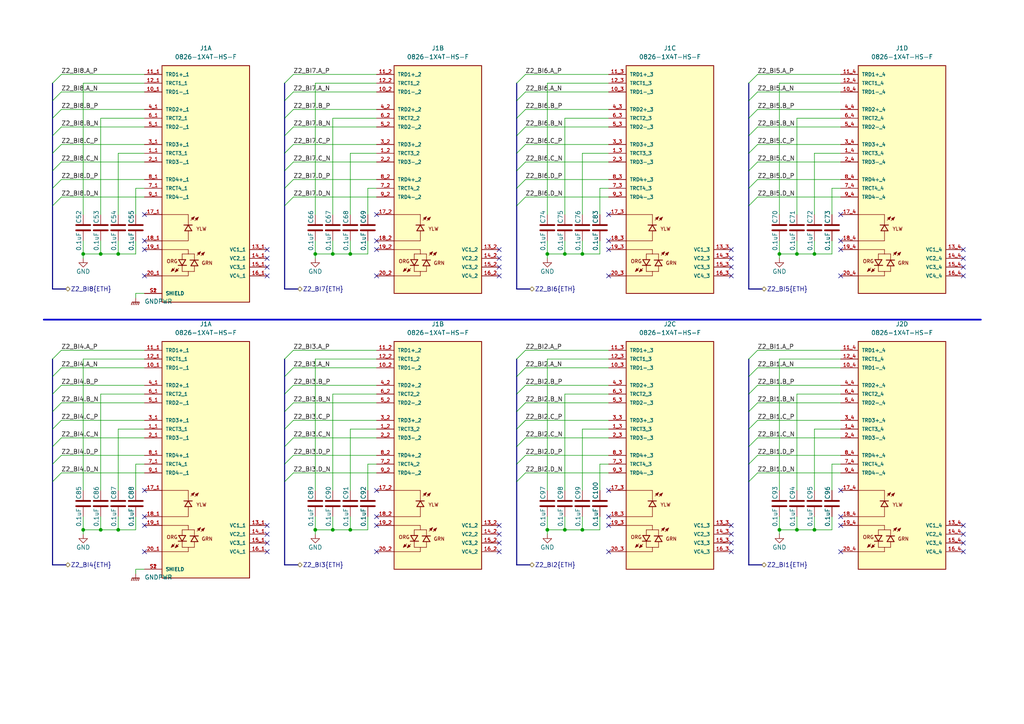
<source format=kicad_sch>
(kicad_sch (version 20230121) (generator eeschema)
  (paper "A4")
  (title_block (title "ATCA Simple Loopback HUB") (date "2023-09-26") (rev "1.0") (company "Karlsruhe Institute of Technology (KIT)") (comment 1 "Institute for Data Processing and Electronics (IPE)") (comment 2 "Luis Ardila") (comment 3 "IPE-380-06") (comment 4 "Licensed under CERN-OHL-P-2.0"))
  (lib_symbols
    (symbol "Device:C" (pin_numbers hide) (pin_names (offset 0.254))
      (property "Reference" "C" (at 0.635 2.54 0))
      (property "Value" "C" (at 0.635 -2.54 0))
      (symbol "C_1_1"
        (pin passive line (at 0 3.81 270) (length 2.794) (name "~") (number "1"))
        (pin passive line (at 0 -3.81 90) (length 2.794) (name "~") (number "2"))
      )
    )
    (symbol "power:GND" (power) (pin_names (offset 0))
      (property "Value" "GND" (at 0 -3.81 0))
      (symbol "GND_1_1"
        (pin power_in line (at 0 0 270) (length 0) hide (name "GND") (number "1"))
      )
    )
    (symbol "power:GNDPWR" (power) (pin_names (offset 0))
      (property "Value" "GNDPWR" (at 0 -3.302 0))
      (symbol "GNDPWR_1_1"
        (pin power_in line (at 0 0 270) (length 0) hide (name "GNDPWR") (number "1"))
      )
    )
    (symbol "project:0826-1X4T-HS-F" (pin_names (offset 1.016))
      (property "Reference" "J" (at -12.7 34.29 0))
      (property "Value" "0826-1X4T-HS-F" (at -12.7 -36.83 0))
      (symbol "0826-1X4T-HS-F_1_0"
        (text "GRN" (at -1.27 -23.622 0) (effects (font (size 1.016 1.016)) (justify left top)))
        (text "ORG" (at -11.43 -23.114 0) (effects (font (size 1.016 1.016)) (justify left top)))
        (text "YLW" (at -2.794 -13.716 0) (effects (font (size 1.016 1.016)) (justify left top)))
        (pin passive line (at -17.78 25.4 0) (length 5.08) (name "TRD1-_1") (number "10_1"))
        (pin passive line (at -17.78 30.48 0) (length 5.08) (name "TRD1+_1") (number "11_1"))
        (pin passive line (at -17.78 27.94 0) (length 5.08) (name "TRCT1_1") (number "12_1"))
        (pin passive line (at 17.78 -20.32 180) (length 5.08) (name "VC1_1") (number "13_1"))
        (pin passive line (at 17.78 -22.86 180) (length 5.08) (name "VC2_1") (number "14_1"))
        (pin passive line (at 17.78 -25.4 180) (length 5.08) (name "VC3_1") (number "15_1"))
        (pin passive line (at 17.78 -27.94 180) (length 5.08) (name "VC4_1") (number "16_1"))
        (pin passive line (at -17.78 -10.16 0) (length 5.08) (name "~") (number "17_1"))
        (pin passive line (at -17.78 -17.78 0) (length 5.08) (name "~") (number "18_1"))
        (pin passive line (at -17.78 -20.32 0) (length 5.08) (name "~") (number "19_1"))
        (pin passive line (at -17.78 7.62 0) (length 5.08) (name "TRCT3_1") (number "1_1"))
        (pin passive line (at -17.78 -27.94 0) (length 5.08) (name "~") (number "20_1"))
        (pin passive line (at -17.78 5.08 0) (length 5.08) (name "TRD3-_1") (number "2_1"))
        (pin passive line (at -17.78 10.16 0) (length 5.08) (name "TRD3+_1") (number "3_1"))
        (pin passive line (at -17.78 20.32 0) (length 5.08) (name "TRD2+_1") (number "4_1"))
        (pin passive line (at -17.78 15.24 0) (length 5.08) (name "TRD2-_1") (number "5_1"))
        (pin passive line (at -17.78 17.78 0) (length 5.08) (name "TRCT2_1") (number "6_1"))
        (pin passive line (at -17.78 -2.54 0) (length 5.08) (name "TRCT4_1") (number "7_1"))
        (pin passive line (at -17.78 0 0) (length 5.08) (name "TRD4+_1") (number "8_1"))
        (pin passive line (at -17.78 -5.08 0) (length 5.08) (name "TRD4-_1") (number "9_1"))
        (pin passive line (at -17.78 -33.02 0) (length 5.08) (name "SHIELD") (number "S1"))
        (pin passive line (at -17.78 -33.02 0) (length 5.08) (name "SHIELD") (number "S2"))
      )
      (symbol "0826-1X4T-HS-F_2_0"
        (text "GRN" (at -1.27 -23.622 0) (effects (font (size 1.016 1.016)) (justify left top)))
        (text "ORG" (at -11.43 -23.114 0) (effects (font (size 1.016 1.016)) (justify left top)))
        (text "YLW" (at -2.794 -13.716 0) (effects (font (size 1.016 1.016)) (justify left top)))
        (pin passive line (at -17.78 25.4 0) (length 5.08) (name "TRD1-_2") (number "10_2"))
        (pin passive line (at -17.78 30.48 0) (length 5.08) (name "TRD1+_2") (number "11_2"))
        (pin passive line (at -17.78 27.94 0) (length 5.08) (name "TRCT1_2") (number "12_2"))
        (pin passive line (at 17.78 -20.32 180) (length 5.08) (name "VC1_2") (number "13_2"))
        (pin passive line (at 17.78 -22.86 180) (length 5.08) (name "VC2_2") (number "14_2"))
        (pin passive line (at 17.78 -25.4 180) (length 5.08) (name "VC3_2") (number "15_2"))
        (pin passive line (at 17.78 -27.94 180) (length 5.08) (name "VC4_2") (number "16_2"))
        (pin passive line (at -17.78 -10.16 0) (length 5.08) (name "~") (number "17_2"))
        (pin passive line (at -17.78 -17.78 0) (length 5.08) (name "~") (number "18_2"))
        (pin passive line (at -17.78 -20.32 0) (length 5.08) (name "~") (number "19_2"))
        (pin passive line (at -17.78 7.62 0) (length 5.08) (name "TRCT3_2") (number "1_2"))
        (pin passive line (at -17.78 -27.94 0) (length 5.08) (name "~") (number "20_2"))
        (pin passive line (at -17.78 5.08 0) (length 5.08) (name "TRD3-_2") (number "2_2"))
        (pin passive line (at -17.78 10.16 0) (length 5.08) (name "TRD3+_2") (number "3_2"))
        (pin passive line (at -17.78 20.32 0) (length 5.08) (name "TRD2+_2") (number "4_2"))
        (pin passive line (at -17.78 15.24 0) (length 5.08) (name "TRD2-_2") (number "5_2"))
        (pin passive line (at -17.78 17.78 0) (length 5.08) (name "TRCT2_2") (number "6_2"))
        (pin passive line (at -17.78 -2.54 0) (length 5.08) (name "TRCT4_2") (number "7_2"))
        (pin passive line (at -17.78 0 0) (length 5.08) (name "TRD4+_2") (number "8_2"))
        (pin passive line (at -17.78 -5.08 0) (length 5.08) (name "TRD4-_2") (number "9_2"))
      )
      (symbol "0826-1X4T-HS-F_3_0"
        (text "GRN" (at -1.27 -23.622 0) (effects (font (size 1.016 1.016)) (justify left top)))
        (text "ORG" (at -11.43 -23.114 0) (effects (font (size 1.016 1.016)) (justify left top)))
        (text "YLW" (at -2.794 -13.716 0) (effects (font (size 1.016 1.016)) (justify left top)))
        (pin passive line (at -17.78 25.4 0) (length 5.08) (name "TRD1-_3") (number "10_3"))
        (pin passive line (at -17.78 30.48 0) (length 5.08) (name "TRD1+_3") (number "11_3"))
        (pin passive line (at -17.78 27.94 0) (length 5.08) (name "TRCT1_3") (number "12_3"))
        (pin passive line (at 17.78 -20.32 180) (length 5.08) (name "VC1_3") (number "13_3"))
        (pin passive line (at 17.78 -22.86 180) (length 5.08) (name "VC2_3") (number "14_3"))
        (pin passive line (at 17.78 -25.4 180) (length 5.08) (name "VC3_3") (number "15_3"))
        (pin passive line (at 17.78 -27.94 180) (length 5.08) (name "VC4_3") (number "16_3"))
        (pin passive line (at -17.78 -10.16 0) (length 5.08) (name "~") (number "17_3"))
        (pin passive line (at -17.78 -17.78 0) (length 5.08) (name "~") (number "18_3"))
        (pin passive line (at -17.78 -20.32 0) (length 5.08) (name "~") (number "19_3"))
        (pin passive line (at -17.78 7.62 0) (length 5.08) (name "TRCT3_3") (number "1_3"))
        (pin passive line (at -17.78 -27.94 0) (length 5.08) (name "~") (number "20_3"))
        (pin passive line (at -17.78 5.08 0) (length 5.08) (name "TRD3-_3") (number "2_3"))
        (pin passive line (at -17.78 10.16 0) (length 5.08) (name "TRD3+_3") (number "3_3"))
        (pin passive line (at -17.78 20.32 0) (length 5.08) (name "TRD2+_3") (number "4_3"))
        (pin passive line (at -17.78 15.24 0) (length 5.08) (name "TRD2-_3") (number "5_3"))
        (pin passive line (at -17.78 17.78 0) (length 5.08) (name "TRCT2_3") (number "6_3"))
        (pin passive line (at -17.78 -2.54 0) (length 5.08) (name "TRCT4_3") (number "7_3"))
        (pin passive line (at -17.78 0 0) (length 5.08) (name "TRD4+_3") (number "8_3"))
        (pin passive line (at -17.78 -5.08 0) (length 5.08) (name "TRD4-_3") (number "9_3"))
      )
      (symbol "0826-1X4T-HS-F_4_0"
        (text "GRN" (at -1.27 -23.622 0) (effects (font (size 1.016 1.016)) (justify left top)))
        (text "ORG" (at -11.43 -23.114 0) (effects (font (size 1.016 1.016)) (justify left top)))
        (text "YLW" (at -2.794 -13.716 0) (effects (font (size 1.016 1.016)) (justify left top)))
        (pin passive line (at -17.78 25.4 0) (length 5.08) (name "TRD1-_4") (number "10_4"))
        (pin passive line (at -17.78 30.48 0) (length 5.08) (name "TRD1+_4") (number "11_4"))
        (pin passive line (at -17.78 27.94 0) (length 5.08) (name "TRCT1_4") (number "12_4"))
        (pin passive line (at 17.78 -20.32 180) (length 5.08) (name "VC1_4") (number "13_4"))
        (pin passive line (at 17.78 -22.86 180) (length 5.08) (name "VC2_4") (number "14_4"))
        (pin passive line (at 17.78 -25.4 180) (length 5.08) (name "VC3_4") (number "15_4"))
        (pin passive line (at 17.78 -27.94 180) (length 5.08) (name "VC4_4") (number "16_4"))
        (pin passive line (at -17.78 -10.16 0) (length 5.08) (name "~") (number "17_4"))
        (pin passive line (at -17.78 -17.78 0) (length 5.08) (name "~") (number "18_4"))
        (pin passive line (at -17.78 -20.32 0) (length 5.08) (name "~") (number "19_4"))
        (pin passive line (at -17.78 7.62 0) (length 5.08) (name "TRCT3_4") (number "1_4"))
        (pin passive line (at -17.78 -27.94 0) (length 5.08) (name "~") (number "20_4"))
        (pin passive line (at -17.78 5.08 0) (length 5.08) (name "TRD3-_4") (number "2_4"))
        (pin passive line (at -17.78 10.16 0) (length 5.08) (name "TRD3+_4") (number "3_4"))
        (pin passive line (at -17.78 20.32 0) (length 5.08) (name "TRD2+_4") (number "4_4"))
        (pin passive line (at -17.78 15.24 0) (length 5.08) (name "TRD2-_4") (number "5_4"))
        (pin passive line (at -17.78 17.78 0) (length 5.08) (name "TRCT2_4") (number "6_4"))
        (pin passive line (at -17.78 -2.54 0) (length 5.08) (name "TRCT4_4") (number "7_4"))
        (pin passive line (at -17.78 0 0) (length 5.08) (name "TRD4+_4") (number "8_4"))
        (pin passive line (at -17.78 -5.08 0) (length 5.08) (name "TRD4-_4") (number "9_4"))
      )
    )
  )
  (junction (at 231.14 73.66))
  (junction (at 168.91 73.66))
  (junction (at 163.83 153.67))
  (junction (at 96.52 73.66))
  (junction (at 29.21 73.66))
  (junction (at 29.21 153.67))
  (junction (at 34.29 73.66))
  (junction (at 158.75 153.67))
  (junction (at 236.22 153.67))
  (junction (at 96.52 153.67))
  (junction (at 226.06 73.66))
  (junction (at 101.6 153.67))
  (junction (at 24.13 73.66))
  (junction (at 168.91 153.67))
  (junction (at 24.13 153.67))
  (junction (at 236.22 73.66))
  (junction (at 158.75 73.66))
  (junction (at 226.06 153.67))
  (junction (at 91.44 73.66))
  (junction (at 101.6 73.66))
  (junction (at 91.44 153.67))
  (junction (at 231.14 153.67))
  (junction (at 163.83 73.66))
  (junction (at 34.29 153.67))
  (no_connect (at 212.09 72.39))
  (no_connect (at 243.84 80.01))
  (no_connect (at 77.47 77.47))
  (no_connect (at 41.91 160.02))
  (no_connect (at 144.78 74.93))
  (no_connect (at 109.22 72.39))
  (no_connect (at 109.22 152.4))
  (no_connect (at 144.78 77.47))
  (no_connect (at 212.09 152.4))
  (no_connect (at 77.47 74.93))
  (no_connect (at 41.91 142.24))
  (no_connect (at 144.78 80.01))
  (no_connect (at 243.84 152.4))
  (no_connect (at 77.47 154.94))
  (no_connect (at 109.22 149.86))
  (no_connect (at 144.78 160.02))
  (no_connect (at 41.91 80.01))
  (no_connect (at 176.53 160.02))
  (no_connect (at 176.53 142.24))
  (no_connect (at 243.84 149.86))
  (no_connect (at 279.4 77.47))
  (no_connect (at 109.22 62.23))
  (no_connect (at 41.91 149.86))
  (no_connect (at 279.4 152.4))
  (no_connect (at 77.47 157.48))
  (no_connect (at 109.22 142.24))
  (no_connect (at 243.84 160.02))
  (no_connect (at 176.53 69.85))
  (no_connect (at 279.4 157.48))
  (no_connect (at 212.09 77.47))
  (no_connect (at 212.09 74.93))
  (no_connect (at 109.22 80.01))
  (no_connect (at 144.78 154.94))
  (no_connect (at 212.09 157.48))
  (no_connect (at 243.84 142.24))
  (no_connect (at 279.4 74.93))
  (no_connect (at 176.53 149.86))
  (no_connect (at 243.84 72.39))
  (no_connect (at 144.78 152.4))
  (no_connect (at 144.78 157.48))
  (no_connect (at 212.09 80.01))
  (no_connect (at 109.22 160.02))
  (no_connect (at 176.53 62.23))
  (no_connect (at 109.22 69.85))
  (no_connect (at 77.47 152.4))
  (no_connect (at 243.84 69.85))
  (no_connect (at 41.91 69.85))
  (no_connect (at 77.47 160.02))
  (no_connect (at 212.09 154.94))
  (no_connect (at 279.4 72.39))
  (no_connect (at 176.53 72.39))
  (no_connect (at 279.4 160.02))
  (no_connect (at 212.09 160.02))
  (no_connect (at 176.53 80.01))
  (no_connect (at 279.4 154.94))
  (no_connect (at 279.4 80.01))
  (no_connect (at 41.91 62.23))
  (no_connect (at 176.53 152.4))
  (no_connect (at 243.84 62.23))
  (no_connect (at 77.47 80.01))
  (no_connect (at 41.91 72.39))
  (no_connect (at 144.78 72.39))
  (no_connect (at 41.91 152.4))
  (no_connect (at 77.47 72.39))
  (bus_entry (at 152.4 52.07) (size -2.54 2.54))
  (bus_entry (at 85.09 52.07) (size -2.54 2.54))
  (bus_entry (at 17.78 46.99) (size -2.54 2.54))
  (bus_entry (at 152.4 31.75) (size -2.54 2.54))
  (bus_entry (at 17.78 41.91) (size -2.54 2.54))
  (bus_entry (at 85.09 36.83) (size -2.54 2.54))
  (bus_entry (at 85.09 127) (size -2.54 2.54))
  (bus_entry (at 17.78 127) (size -2.54 2.54))
  (bus_entry (at 152.4 36.83) (size -2.54 2.54))
  (bus_entry (at 219.71 21.59) (size -2.54 2.54))
  (bus_entry (at 17.78 57.15) (size -2.54 2.54))
  (bus_entry (at 152.4 121.92) (size -2.54 2.54))
  (bus_entry (at 85.09 121.92) (size -2.54 2.54))
  (bus_entry (at 17.78 137.16) (size -2.54 2.54))
  (bus_entry (at 85.09 137.16) (size -2.54 2.54))
  (bus_entry (at 219.71 111.76) (size -2.54 2.54))
  (bus_entry (at 152.4 137.16) (size -2.54 2.54))
  (bus_entry (at 152.4 116.84) (size -2.54 2.54))
  (bus_entry (at 17.78 106.68) (size -2.54 2.54))
  (bus_entry (at 17.78 21.59) (size -2.54 2.54))
  (bus_entry (at 85.09 31.75) (size -2.54 2.54))
  (bus_entry (at 17.78 121.92) (size -2.54 2.54))
  (bus_entry (at 17.78 36.83) (size -2.54 2.54))
  (bus_entry (at 152.4 106.68) (size -2.54 2.54))
  (bus_entry (at 219.71 52.07) (size -2.54 2.54))
  (bus_entry (at 219.71 26.67) (size -2.54 2.54))
  (bus_entry (at 85.09 106.68) (size -2.54 2.54))
  (bus_entry (at 219.71 116.84) (size -2.54 2.54))
  (bus_entry (at 85.09 21.59) (size -2.54 2.54))
  (bus_entry (at 219.71 106.68) (size -2.54 2.54))
  (bus_entry (at 152.4 57.15) (size -2.54 2.54))
  (bus_entry (at 219.71 41.91) (size -2.54 2.54))
  (bus_entry (at 152.4 132.08) (size -2.54 2.54))
  (bus_entry (at 219.71 132.08) (size -2.54 2.54))
  (bus_entry (at 152.4 111.76) (size -2.54 2.54))
  (bus_entry (at 17.78 101.6) (size -2.54 2.54))
  (bus_entry (at 219.71 31.75) (size -2.54 2.54))
  (bus_entry (at 219.71 36.83) (size -2.54 2.54))
  (bus_entry (at 85.09 41.91) (size -2.54 2.54))
  (bus_entry (at 17.78 52.07) (size -2.54 2.54))
  (bus_entry (at 219.71 46.99) (size -2.54 2.54))
  (bus_entry (at 152.4 127) (size -2.54 2.54))
  (bus_entry (at 219.71 137.16) (size -2.54 2.54))
  (bus_entry (at 152.4 101.6) (size -2.54 2.54))
  (bus_entry (at 17.78 116.84) (size -2.54 2.54))
  (bus_entry (at 85.09 26.67) (size -2.54 2.54))
  (bus_entry (at 85.09 57.15) (size -2.54 2.54))
  (bus_entry (at 17.78 31.75) (size -2.54 2.54))
  (bus_entry (at 17.78 111.76) (size -2.54 2.54))
  (bus_entry (at 152.4 46.99) (size -2.54 2.54))
  (bus_entry (at 85.09 116.84) (size -2.54 2.54))
  (bus_entry (at 17.78 132.08) (size -2.54 2.54))
  (bus_entry (at 219.71 127) (size -2.54 2.54))
  (bus_entry (at 85.09 46.99) (size -2.54 2.54))
  (bus_entry (at 219.71 121.92) (size -2.54 2.54))
  (bus_entry (at 152.4 26.67) (size -2.54 2.54))
  (bus_entry (at 219.71 101.6) (size -2.54 2.54))
  (bus_entry (at 219.71 57.15) (size -2.54 2.54))
  (bus_entry (at 152.4 21.59) (size -2.54 2.54))
  (bus_entry (at 152.4 41.91) (size -2.54 2.54))
  (bus_entry (at 17.78 26.67) (size -2.54 2.54))
  (bus_entry (at 85.09 132.08) (size -2.54 2.54))
  (bus_entry (at 85.09 101.6) (size -2.54 2.54))
  (bus_entry (at 85.09 111.76) (size -2.54 2.54))
  (wire (pts (xy 219.71 106.68) (xy 243.84 106.68)))
  (wire (pts (xy 173.99 54.61) (xy 173.99 62.23)))
  (wire (pts (xy 39.37 134.62) (xy 39.37 142.24)))
  (wire (pts (xy 173.99 134.62) (xy 173.99 142.24)))
  (bus (pts (xy 82.55 134.62) (xy 82.55 139.7)))
  (bus (pts (xy 217.17 54.61) (xy 217.17 59.69)))
  (wire (pts (xy 17.78 26.67) (xy 41.91 26.67)))
  (wire (pts (xy 34.29 73.66) (xy 39.37 73.66)))
  (wire (pts (xy 152.4 116.84) (xy 176.53 116.84)))
  (wire (pts (xy 158.75 153.67) (xy 158.75 149.86)))
  (bus (pts (xy 217.17 163.83) (xy 220.98 163.83)))
  (bus (pts (xy 149.86 39.37) (xy 149.86 44.45)))
  (bus (pts (xy 82.55 54.61) (xy 82.55 59.69)))
  (wire (pts (xy 231.14 142.24) (xy 231.14 114.3)))
  (wire (pts (xy 39.37 85.09) (xy 39.37 86.36)))
  (wire (pts (xy 17.78 127) (xy 41.91 127)))
  (bus (pts (xy 15.24 163.83) (xy 19.05 163.83)))
  (wire (pts (xy 231.14 149.86) (xy 231.14 153.67)))
  (bus (pts (xy 15.24 49.53) (xy 15.24 54.61)))
  (bus (pts (xy 149.86 119.38) (xy 149.86 124.46)))
  (bus (pts (xy 217.17 59.69) (xy 217.17 83.82)))
  (bus (pts (xy 149.86 83.82) (xy 153.67 83.82)))
  (bus (pts (xy 15.24 129.54) (xy 15.24 134.62)))
  (bus (pts (xy 149.86 44.45) (xy 149.86 49.53)))
  (bus (pts (xy 15.24 83.82) (xy 19.05 83.82)))
  (wire (pts (xy 236.22 149.86) (xy 236.22 153.67)))
  (wire (pts (xy 219.71 52.07) (xy 243.84 52.07)))
  (wire (pts (xy 226.06 142.24) (xy 226.06 104.14)))
  (bus (pts (xy 15.24 104.14) (xy 15.24 109.22)))
  (wire (pts (xy 29.21 73.66) (xy 34.29 73.66)))
  (wire (pts (xy 91.44 24.13) (xy 109.22 24.13)))
  (bus (pts (xy 149.86 124.46) (xy 149.86 129.54)))
  (wire (pts (xy 91.44 104.14) (xy 109.22 104.14)))
  (wire (pts (xy 101.6 142.24) (xy 101.6 124.46)))
  (wire (pts (xy 226.06 73.66) (xy 226.06 69.85)))
  (bus (pts (xy 82.55 104.14) (xy 82.55 109.22)))
  (wire (pts (xy 85.09 36.83) (xy 109.22 36.83)))
  (wire (pts (xy 231.14 69.85) (xy 231.14 73.66)))
  (wire (pts (xy 163.83 149.86) (xy 163.83 153.67)))
  (wire (pts (xy 91.44 74.93) (xy 91.44 73.66)))
  (wire (pts (xy 85.09 116.84) (xy 109.22 116.84)))
  (wire (pts (xy 168.91 62.23) (xy 168.91 44.45)))
  (wire (pts (xy 85.09 106.68) (xy 109.22 106.68)))
  (wire (pts (xy 96.52 114.3) (xy 109.22 114.3)))
  (wire (pts (xy 85.09 21.59) (xy 109.22 21.59)))
  (wire (pts (xy 41.91 85.09) (xy 39.37 85.09)))
  (wire (pts (xy 241.3 153.67) (xy 241.3 149.86)))
  (wire (pts (xy 85.09 101.6) (xy 109.22 101.6)))
  (wire (pts (xy 236.22 124.46) (xy 243.84 124.46)))
  (wire (pts (xy 231.14 62.23) (xy 231.14 34.29)))
  (wire (pts (xy 152.4 21.59) (xy 176.53 21.59)))
  (wire (pts (xy 24.13 142.24) (xy 24.13 104.14)))
  (wire (pts (xy 158.75 142.24) (xy 158.75 104.14)))
  (wire (pts (xy 91.44 62.23) (xy 91.44 24.13)))
  (wire (pts (xy 168.91 149.86) (xy 168.91 153.67)))
  (bus (pts (xy 82.55 124.46) (xy 82.55 129.54)))
  (wire (pts (xy 219.71 21.59) (xy 243.84 21.59)))
  (wire (pts (xy 173.99 153.67) (xy 173.99 149.86)))
  (wire (pts (xy 106.68 73.66) (xy 106.68 69.85)))
  (wire (pts (xy 152.4 52.07) (xy 176.53 52.07)))
  (wire (pts (xy 152.4 57.15) (xy 176.53 57.15)))
  (wire (pts (xy 152.4 46.99) (xy 176.53 46.99)))
  (wire (pts (xy 101.6 44.45) (xy 109.22 44.45)))
  (wire (pts (xy 226.06 24.13) (xy 243.84 24.13)))
  (wire (pts (xy 219.71 101.6) (xy 243.84 101.6)))
  (wire (pts (xy 106.68 153.67) (xy 106.68 149.86)))
  (wire (pts (xy 219.71 46.99) (xy 243.84 46.99)))
  (wire (pts (xy 17.78 116.84) (xy 41.91 116.84)))
  (wire (pts (xy 226.06 104.14) (xy 243.84 104.14)))
  (wire (pts (xy 173.99 73.66) (xy 173.99 69.85)))
  (wire (pts (xy 219.71 31.75) (xy 243.84 31.75)))
  (wire (pts (xy 17.78 101.6) (xy 41.91 101.6)))
  (wire (pts (xy 158.75 154.94) (xy 158.75 153.67)))
  (wire (pts (xy 96.52 153.67) (xy 101.6 153.67)))
  (wire (pts (xy 241.3 54.61) (xy 241.3 62.23)))
  (wire (pts (xy 41.91 165.1) (xy 39.37 165.1)))
  (wire (pts (xy 85.09 41.91) (xy 109.22 41.91)))
  (bus (pts (xy 15.24 44.45) (xy 15.24 49.53)))
  (bus (pts (xy 217.17 83.82) (xy 220.98 83.82)))
  (wire (pts (xy 152.4 41.91) (xy 176.53 41.91)))
  (wire (pts (xy 91.44 73.66) (xy 91.44 69.85)))
  (wire (pts (xy 29.21 62.23) (xy 29.21 34.29)))
  (wire (pts (xy 241.3 73.66) (xy 241.3 69.85)))
  (bus (pts (xy 217.17 104.14) (xy 217.17 109.22)))
  (wire (pts (xy 168.91 44.45) (xy 176.53 44.45)))
  (wire (pts (xy 152.4 137.16) (xy 176.53 137.16)))
  (wire (pts (xy 17.78 111.76) (xy 41.91 111.76)))
  (wire (pts (xy 219.71 41.91) (xy 243.84 41.91)))
  (wire (pts (xy 168.91 69.85) (xy 168.91 73.66)))
  (wire (pts (xy 106.68 134.62) (xy 106.68 142.24)))
  (wire (pts (xy 231.14 114.3) (xy 243.84 114.3)))
  (wire (pts (xy 219.71 57.15) (xy 243.84 57.15)))
  (wire (pts (xy 241.3 54.61) (xy 243.84 54.61)))
  (wire (pts (xy 17.78 52.07) (xy 41.91 52.07)))
  (bus (pts (xy 82.55 44.45) (xy 82.55 49.53)))
  (wire (pts (xy 29.21 34.29) (xy 41.91 34.29)))
  (wire (pts (xy 29.21 114.3) (xy 41.91 114.3)))
  (wire (pts (xy 85.09 46.99) (xy 109.22 46.99)))
  (wire (pts (xy 173.99 134.62) (xy 176.53 134.62)))
  (wire (pts (xy 101.6 69.85) (xy 101.6 73.66)))
  (bus (pts (xy 15.24 124.46) (xy 15.24 129.54)))
  (bus (pts (xy 15.24 119.38) (xy 15.24 124.46)))
  (wire (pts (xy 96.52 149.86) (xy 96.52 153.67)))
  (bus (pts (xy 82.55 24.13) (xy 82.55 29.21)))
  (wire (pts (xy 34.29 149.86) (xy 34.29 153.67)))
  (wire (pts (xy 85.09 121.92) (xy 109.22 121.92)))
  (bus (pts (xy 149.86 59.69) (xy 149.86 83.82)))
  (wire (pts (xy 91.44 153.67) (xy 91.44 149.86)))
  (wire (pts (xy 173.99 54.61) (xy 176.53 54.61)))
  (wire (pts (xy 152.4 111.76) (xy 176.53 111.76)))
  (wire (pts (xy 24.13 154.94) (xy 24.13 153.67)))
  (bus (pts (xy 217.17 39.37) (xy 217.17 44.45)))
  (wire (pts (xy 163.83 142.24) (xy 163.83 114.3)))
  (wire (pts (xy 236.22 62.23) (xy 236.22 44.45)))
  (wire (pts (xy 91.44 153.67) (xy 96.52 153.67)))
  (wire (pts (xy 85.09 57.15) (xy 109.22 57.15)))
  (bus (pts (xy 82.55 129.54) (xy 82.55 134.62)))
  (wire (pts (xy 236.22 44.45) (xy 243.84 44.45)))
  (bus (pts (xy 82.55 119.38) (xy 82.55 124.46)))
  (bus (pts (xy 149.86 24.13) (xy 149.86 29.21)))
  (wire (pts (xy 152.4 121.92) (xy 176.53 121.92)))
  (wire (pts (xy 226.06 153.67) (xy 226.06 149.86)))
  (wire (pts (xy 34.29 153.67) (xy 39.37 153.67)))
  (wire (pts (xy 163.83 114.3) (xy 176.53 114.3)))
  (wire (pts (xy 219.71 137.16) (xy 243.84 137.16)))
  (bus (pts (xy 82.55 163.83) (xy 86.36 163.83)))
  (bus (pts (xy 15.24 29.21) (xy 15.24 34.29)))
  (wire (pts (xy 106.68 54.61) (xy 109.22 54.61)))
  (bus (pts (xy 217.17 119.38) (xy 217.17 124.46)))
  (wire (pts (xy 241.3 134.62) (xy 243.84 134.62)))
  (wire (pts (xy 24.13 74.93) (xy 24.13 73.66)))
  (wire (pts (xy 152.4 106.68) (xy 176.53 106.68)))
  (wire (pts (xy 39.37 134.62) (xy 41.91 134.62)))
  (wire (pts (xy 219.71 121.92) (xy 243.84 121.92)))
  (bus (pts (xy 82.55 139.7) (xy 82.55 163.83)))
  (wire (pts (xy 24.13 73.66) (xy 29.21 73.66)))
  (wire (pts (xy 226.06 74.93) (xy 226.06 73.66)))
  (wire (pts (xy 152.4 31.75) (xy 176.53 31.75)))
  (wire (pts (xy 152.4 127) (xy 176.53 127)))
  (wire (pts (xy 17.78 21.59) (xy 41.91 21.59)))
  (wire (pts (xy 91.44 154.94) (xy 91.44 153.67)))
  (wire (pts (xy 219.71 36.83) (xy 243.84 36.83)))
  (bus (pts (xy 149.86 114.3) (xy 149.86 119.38)))
  (wire (pts (xy 24.13 73.66) (xy 24.13 69.85)))
  (wire (pts (xy 226.06 154.94) (xy 226.06 153.67)))
  (wire (pts (xy 24.13 153.67) (xy 24.13 149.86)))
  (wire (pts (xy 29.21 69.85) (xy 29.21 73.66)))
  (wire (pts (xy 39.37 54.61) (xy 39.37 62.23)))
  (wire (pts (xy 96.52 34.29) (xy 109.22 34.29)))
  (bus (pts (xy 149.86 134.62) (xy 149.86 139.7)))
  (wire (pts (xy 17.78 132.08) (xy 41.91 132.08)))
  (bus (pts (xy 15.24 24.13) (xy 15.24 29.21)))
  (wire (pts (xy 24.13 104.14) (xy 41.91 104.14)))
  (wire (pts (xy 101.6 149.86) (xy 101.6 153.67)))
  (wire (pts (xy 17.78 31.75) (xy 41.91 31.75)))
  (bus (pts (xy 15.24 134.62) (xy 15.24 139.7)))
  (wire (pts (xy 158.75 73.66) (xy 163.83 73.66)))
  (bus (pts (xy 149.86 104.14) (xy 149.86 109.22)))
  (wire (pts (xy 91.44 142.24) (xy 91.44 104.14)))
  (wire (pts (xy 158.75 24.13) (xy 176.53 24.13)))
  (wire (pts (xy 168.91 153.67) (xy 173.99 153.67)))
  (wire (pts (xy 158.75 73.66) (xy 158.75 69.85)))
  (wire (pts (xy 168.91 124.46) (xy 176.53 124.46)))
  (wire (pts (xy 106.68 134.62) (xy 109.22 134.62)))
  (wire (pts (xy 163.83 69.85) (xy 163.83 73.66)))
  (bus (pts (xy 15.24 34.29) (xy 15.24 39.37)))
  (bus (pts (xy 217.17 129.54) (xy 217.17 134.62)))
  (wire (pts (xy 34.29 44.45) (xy 41.91 44.45)))
  (wire (pts (xy 24.13 62.23) (xy 24.13 24.13)))
  (bus (pts (xy 149.86 109.22) (xy 149.86 114.3)))
  (wire (pts (xy 34.29 124.46) (xy 41.91 124.46)))
  (wire (pts (xy 226.06 62.23) (xy 226.06 24.13)))
  (wire (pts (xy 158.75 74.93) (xy 158.75 73.66)))
  (wire (pts (xy 17.78 36.83) (xy 41.91 36.83)))
  (wire (pts (xy 219.71 116.84) (xy 243.84 116.84)))
  (bus (pts (xy 217.17 44.45) (xy 217.17 49.53)))
  (bus (pts (xy 149.86 49.53) (xy 149.86 54.61)))
  (bus (pts (xy 82.55 39.37) (xy 82.55 44.45)))
  (wire (pts (xy 34.29 69.85) (xy 34.29 73.66)))
  (wire (pts (xy 226.06 153.67) (xy 231.14 153.67)))
  (wire (pts (xy 24.13 153.67) (xy 29.21 153.67)))
  (wire (pts (xy 17.78 137.16) (xy 41.91 137.16)))
  (wire (pts (xy 85.09 52.07) (xy 109.22 52.07)))
  (wire (pts (xy 163.83 34.29) (xy 176.53 34.29)))
  (bus (pts (xy 149.86 163.83) (xy 153.67 163.83)))
  (bus (pts (xy 149.86 29.21) (xy 149.86 34.29)))
  (wire (pts (xy 231.14 153.67) (xy 236.22 153.67)))
  (bus (pts (xy 217.17 163.83) (xy 217.17 139.7)))
  (wire (pts (xy 29.21 153.67) (xy 34.29 153.67)))
  (bus (pts (xy 15.24 39.37) (xy 15.24 44.45)))
  (bus (pts (xy 82.55 59.69) (xy 82.55 83.82)))
  (wire (pts (xy 152.4 36.83) (xy 176.53 36.83)))
  (wire (pts (xy 101.6 153.67) (xy 106.68 153.67)))
  (wire (pts (xy 39.37 73.66) (xy 39.37 69.85)))
  (bus (pts (xy 217.17 114.3) (xy 217.17 119.38)))
  (wire (pts (xy 158.75 62.23) (xy 158.75 24.13)))
  (bus (pts (xy 217.17 49.53) (xy 217.17 54.61)))
  (wire (pts (xy 106.68 54.61) (xy 106.68 62.23)))
  (wire (pts (xy 231.14 34.29) (xy 243.84 34.29)))
  (wire (pts (xy 101.6 124.46) (xy 109.22 124.46)))
  (wire (pts (xy 163.83 62.23) (xy 163.83 34.29)))
  (bus (pts (xy 15.24 59.69) (xy 15.24 83.82)))
  (wire (pts (xy 101.6 73.66) (xy 106.68 73.66)))
  (bus (pts (xy 217.17 134.62) (xy 217.17 139.7)))
  (bus (pts (xy 149.86 54.61) (xy 149.86 59.69)))
  (bus (pts (xy 82.55 109.22) (xy 82.55 114.3)))
  (bus (pts (xy 82.55 49.53) (xy 82.55 54.61)))
  (wire (pts (xy 85.09 137.16) (xy 109.22 137.16)))
  (wire (pts (xy 29.21 149.86) (xy 29.21 153.67)))
  (wire (pts (xy 236.22 73.66) (xy 241.3 73.66)))
  (wire (pts (xy 34.29 62.23) (xy 34.29 44.45)))
  (bus (pts (xy 149.86 129.54) (xy 149.86 134.62)))
  (wire (pts (xy 39.37 165.1) (xy 39.37 166.37)))
  (bus (pts (xy 15.24 109.22) (xy 15.24 114.3)))
  (wire (pts (xy 85.09 127) (xy 109.22 127)))
  (bus (pts (xy 15.24 114.3) (xy 15.24 119.38)))
  (wire (pts (xy 236.22 142.24) (xy 236.22 124.46)))
  (wire (pts (xy 17.78 41.91) (xy 41.91 41.91)))
  (wire (pts (xy 163.83 153.67) (xy 168.91 153.67)))
  (wire (pts (xy 34.29 142.24) (xy 34.29 124.46)))
  (wire (pts (xy 219.71 111.76) (xy 243.84 111.76)))
  (wire (pts (xy 39.37 153.67) (xy 39.37 149.86)))
  (wire (pts (xy 152.4 26.67) (xy 176.53 26.67)))
  (bus (pts (xy 82.55 29.21) (xy 82.55 34.29)))
  (wire (pts (xy 236.22 69.85) (xy 236.22 73.66)))
  (wire (pts (xy 226.06 73.66) (xy 231.14 73.66)))
  (wire (pts (xy 96.52 69.85) (xy 96.52 73.66)))
  (wire (pts (xy 85.09 26.67) (xy 109.22 26.67)))
  (wire (pts (xy 17.78 121.92) (xy 41.91 121.92)))
  (bus (pts (xy 149.86 139.7) (xy 149.86 163.83)))
  (wire (pts (xy 219.71 26.67) (xy 243.84 26.67)))
  (wire (pts (xy 101.6 62.23) (xy 101.6 44.45)))
  (wire (pts (xy 85.09 31.75) (xy 109.22 31.75)))
  (wire (pts (xy 152.4 132.08) (xy 176.53 132.08)))
  (wire (pts (xy 168.91 142.24) (xy 168.91 124.46)))
  (bus (pts (xy 217.17 24.13) (xy 217.17 29.21)))
  (wire (pts (xy 219.71 127) (xy 243.84 127)))
  (wire (pts (xy 219.71 132.08) (xy 243.84 132.08)))
  (wire (pts (xy 17.78 46.99) (xy 41.91 46.99)))
  (wire (pts (xy 96.52 73.66) (xy 101.6 73.66)))
  (wire (pts (xy 96.52 142.24) (xy 96.52 114.3)))
  (bus (pts (xy 82.55 83.82) (xy 86.36 83.82)))
  (polyline (pts (xy 12.7 92.71) (xy 284.48 92.71)) (stroke (width 0.5)))
  (bus (pts (xy 82.55 114.3) (xy 82.55 119.38)))
  (wire (pts (xy 17.78 106.68) (xy 41.91 106.68)))
  (wire (pts (xy 96.52 62.23) (xy 96.52 34.29)))
  (bus (pts (xy 217.17 109.22) (xy 217.17 114.3)))
  (wire (pts (xy 158.75 104.14) (xy 176.53 104.14)))
  (wire (pts (xy 241.3 134.62) (xy 241.3 142.24)))
  (wire (pts (xy 231.14 73.66) (xy 236.22 73.66)))
  (wire (pts (xy 39.37 54.61) (xy 41.91 54.61)))
  (bus (pts (xy 217.17 124.46) (xy 217.17 129.54)))
  (bus (pts (xy 149.86 34.29) (xy 149.86 39.37)))
  (wire (pts (xy 17.78 57.15) (xy 41.91 57.15)))
  (wire (pts (xy 91.44 73.66) (xy 96.52 73.66)))
  (bus (pts (xy 217.17 29.21) (xy 217.17 34.29)))
  (wire (pts (xy 158.75 153.67) (xy 163.83 153.67)))
  (bus (pts (xy 15.24 54.61) (xy 15.24 59.69)))
  (bus (pts (xy 217.17 34.29) (xy 217.17 39.37)))
  (wire (pts (xy 24.13 24.13) (xy 41.91 24.13)))
  (wire (pts (xy 163.83 73.66) (xy 168.91 73.66)))
  (bus (pts (xy 15.24 139.7) (xy 15.24 163.83)))
  (wire (pts (xy 236.22 153.67) (xy 241.3 153.67)))
  (wire (pts (xy 29.21 142.24) (xy 29.21 114.3)))
  (wire (pts (xy 85.09 111.76) (xy 109.22 111.76)))
  (wire (pts (xy 168.91 73.66) (xy 173.99 73.66)))
  (wire (pts (xy 85.09 132.08) (xy 109.22 132.08)))
  (bus (pts (xy 82.55 34.29) (xy 82.55 39.37)))
  (wire (pts (xy 152.4 101.6) (xy 176.53 101.6)))
  (label "Z2_BI1.A_P" (at 219.71 101.6 0))
  (label "Z2_BI5.C_P" (at 219.71 41.91 0))
  (label "Z2_BI3.B_N" (at 85.09 116.84 0))
  (label "Z2_BI8.A_P" (at 17.78 21.59 0))
  (label "Z2_BI8.C_P" (at 17.78 41.91 0))
  (label "Z2_BI6.C_P" (at 152.4 41.91 0))
  (label "Z2_BI4.C_N" (at 17.78 127 0))
  (label "Z2_BI6.A_P" (at 152.4 21.59 0))
  (label "Z2_BI7.D_P" (at 85.09 52.07 0))
  (label "Z2_BI3.D_N" (at 85.09 137.16 0))
  (label "Z2_BI6.A_N" (at 152.4 26.67 0))
  (label "Z2_BI2.A_P" (at 152.4 101.6 0))
  (label "Z2_BI1.D_N" (at 219.71 137.16 0))
  (label "Z2_BI2.D_P" (at 152.4 132.08 0))
  (label "Z2_BI6.D_P" (at 152.4 52.07 0))
  (label "Z2_BI1.C_N" (at 219.71 127 0))
  (label "Z2_BI3.A_N" (at 85.09 106.68 0))
  (label "Z2_BI7.A_N" (at 85.09 26.67 0))
  (label "Z2_BI8.C_N" (at 17.78 46.99 0))
  (label "Z2_BI7.C_N" (at 85.09 46.99 0))
  (label "Z2_BI8.B_N" (at 17.78 36.83 0))
  (label "Z2_BI4.D_P" (at 17.78 132.08 0))
  (label "Z2_BI8.B_P" (at 17.78 31.75 0))
  (label "Z2_BI6.C_N" (at 152.4 46.99 0))
  (label "Z2_BI3.A_P" (at 85.09 101.6 0))
  (label "Z2_BI7.A_P" (at 85.09 21.59 0))
  (label "Z2_BI1.B_P" (at 219.71 111.76 0))
  (label "Z2_BI5.C_N" (at 219.71 46.99 0))
  (label "Z2_BI5.D_P" (at 219.71 52.07 0))
  (label "Z2_BI2.B_N" (at 152.4 116.84 0))
  (label "Z2_BI7.C_P" (at 85.09 41.91 0))
  (label "Z2_BI5.B_N" (at 219.71 36.83 0))
  (label "Z2_BI2.B_P" (at 152.4 111.76 0))
  (label "Z2_BI3.C_N" (at 85.09 127 0))
  (label "Z2_BI8.D_P" (at 17.78 52.07 0))
  (label "Z2_BI4.B_P" (at 17.78 111.76 0))
  (label "Z2_BI4.A_P" (at 17.78 101.6 0))
  (label "Z2_BI5.B_P" (at 219.71 31.75 0))
  (label "Z2_BI5.A_P" (at 219.71 21.59 0))
  (label "Z2_BI3.D_P" (at 85.09 132.08 0))
  (label "Z2_BI7.B_N" (at 85.09 36.83 0))
  (label "Z2_BI1.B_N" (at 219.71 116.84 0))
  (label "Z2_BI4.D_N" (at 17.78 137.16 0))
  (label "Z2_BI7.D_N" (at 85.09 57.15 0))
  (label "Z2_BI1.C_P" (at 219.71 121.92 0))
  (label "Z2_BI8.D_N" (at 17.78 57.15 0))
  (label "Z2_BI6.B_P" (at 152.4 31.75 0))
  (label "Z2_BI5.A_N" (at 219.71 26.67 0))
  (label "Z2_BI2.D_N" (at 152.4 137.16 0))
  (label "Z2_BI5.D_N" (at 219.71 57.15 0))
  (label "Z2_BI6.D_N" (at 152.4 57.15 0))
  (label "Z2_BI6.B_N" (at 152.4 36.83 0))
  (label "Z2_BI3.B_P" (at 85.09 111.76 0))
  (label "Z2_BI3.C_P" (at 85.09 121.92 0))
  (label "Z2_BI1.A_N" (at 219.71 106.68 0))
  (label "Z2_BI2.A_N" (at 152.4 106.68 0))
  (label "Z2_BI7.B_P" (at 85.09 31.75 0))
  (label "Z2_BI1.D_P" (at 219.71 132.08 0))
  (label "Z2_BI2.C_N" (at 152.4 127 0))
  (label "Z2_BI4.B_N" (at 17.78 116.84 0))
  (label "Z2_BI8.A_N" (at 17.78 26.67 0))
  (label "Z2_BI4.A_N" (at 17.78 106.68 0))
  (label "Z2_BI4.C_P" (at 17.78 121.92 0))
  (label "Z2_BI2.C_P" (at 152.4 121.92 0))
  (hierarchical_label "Z2_BI5{ETH}" (shape bidirectional) (at 220.98 83.82 0))
  (hierarchical_label "Z2_BI2{ETH}" (shape bidirectional) (at 153.67 163.83 0))
  (hierarchical_label "Z2_BI7{ETH}" (shape bidirectional) (at 86.36 83.82 0))
  (hierarchical_label "Z2_BI8{ETH}" (shape bidirectional) (at 19.05 83.82 0))
  (hierarchical_label "Z2_BI1{ETH}" (shape bidirectional) (at 220.98 163.83 0))
  (hierarchical_label "Z2_BI6{ETH}" (shape bidirectional) (at 153.67 83.82 0))
  (hierarchical_label "Z2_BI3{ETH}" (shape bidirectional) (at 86.36 163.83 0))
  (hierarchical_label "Z2_BI4{ETH}" (shape bidirectional) (at 19.05 163.83 0))
  (symbol (lib_id "Device:C") (at 91.44 66.04 0) (mirror y) (unit 1)
    (property "Reference" "C66" (at 90.17 60.96 90) (effects (justify right)))
    (property "Value" "0.1uF" (at 90.17 67.31 90) (effects (justify right)))
    (property "Footprint" "Capacitor_SMD:C_0402_1005Metric" (effects hide))
    (property "voltage" "16 V" (effects hide))
    (property "stock" "AVT-IPE" (effects hide))
  )
  (symbol (lib_id "Device:C") (at 168.91 146.05 0) (unit 1)
    (property "Reference" "C99" (at 167.64 140.97 90) (effects (justify right)))
    (property "Value" "0.1uF" (at 167.64 147.32 90) (effects (justify right)))
    (property "Footprint" "Capacitor_SMD:C_0402_1005Metric" (effects hide))
    (property "voltage" "16 V" (effects hide))
    (property "stock" "AVT-IPE" (effects hide))
  )
  (symbol (lib_id "Device:C") (at 34.29 146.05 0) (unit 1)
    (property "Reference" "C87" (at 33.02 140.97 90) (effects (justify right)))
    (property "Value" "0.1uF" (at 33.02 147.32 90) (effects (justify right)))
    (property "Footprint" "Capacitor_SMD:C_0402_1005Metric" (effects hide))
    (property "voltage" "16 V" (effects hide))
    (property "stock" "AVT-IPE" (effects hide))
  )
  (symbol (lib_id "Device:C") (at 96.52 146.05 0) (unit 1)
    (property "Reference" "C90" (at 95.25 140.97 90) (effects (justify right)))
    (property "Value" "0.1uF" (at 95.25 147.32 90) (effects (justify right)))
    (property "Footprint" "Capacitor_SMD:C_0402_1005Metric" (effects hide))
    (property "voltage" "16 V" (effects hide))
    (property "stock" "AVT-IPE" (effects hide))
  )
  (symbol (lib_id "Device:C") (at 231.14 66.04 0) (unit 1)
    (property "Reference" "C71" (at 229.87 60.96 90) (effects (justify right)))
    (property "Value" "0.1uF" (at 229.87 67.31 90) (effects (justify right)))
    (property "Footprint" "Capacitor_SMD:C_0402_1005Metric" (effects hide))
    (property "voltage" "16 V" (effects hide))
    (property "stock" "AVT-IPE" (effects hide))
  )
  (symbol (lib_id "power:GND") (at 91.44 74.93 0) (unit 1)
    (property "Reference" "#PWR0103" (effects hide))
    (property "Value" "GND" (at 91.44 78.74 0))
  )
  (symbol (lib_id "Device:C") (at 241.3 146.05 0) (unit 1)
    (property "Reference" "C96" (at 240.03 140.97 90) (effects (justify right)))
    (property "Value" "0.1uF" (at 240.03 147.32 90) (effects (justify right)))
    (property "Footprint" "Capacitor_SMD:C_0402_1005Metric" (effects hide))
    (property "voltage" "16 V" (effects hide))
    (property "stock" "AVT-IPE" (effects hide))
  )
  (symbol (lib_id "Device:C") (at 231.14 146.05 0) (unit 1)
    (property "Reference" "C94" (at 229.87 140.97 90) (effects (justify right)))
    (property "Value" "0.1uF" (at 229.87 147.32 90) (effects (justify right)))
    (property "Footprint" "Capacitor_SMD:C_0402_1005Metric" (effects hide))
    (property "voltage" "16 V" (effects hide))
    (property "stock" "AVT-IPE" (effects hide))
  )
  (symbol (lib_id "Device:C") (at 226.06 66.04 0) (mirror y) (unit 1)
    (property "Reference" "C70" (at 224.79 60.96 90) (effects (justify right)))
    (property "Value" "0.1uF" (at 224.79 67.31 90) (effects (justify right)))
    (property "Footprint" "Capacitor_SMD:C_0402_1005Metric" (effects hide))
    (property "voltage" "16 V" (effects hide))
    (property "stock" "AVT-IPE" (effects hide))
  )
  (symbol (lib_id "project:0826-1X4T-HS-F") (at 59.69 52.07 0) (unit 1)
    (property "Reference" "J1" (at 59.69 13.97 0))
    (property "Value" "0826-1X4T-HS-F" (at 59.69 16.51 0))
    (property "Footprint" "project:BEL_0826-1X4T-HS-F" (effects hide))
    (property "Datasheet" "https://www.digikey.de/htmldatasheets/production/608856/0/0/1/0826-1g4t-23-f.pdf" (effects hide))
    (property "PARTREV" "PA" (effects hide))
    (property "STANDARD" "Manufacturer Recommendations" (effects hide))
    (property "MAXIMUM_PACKAGE_HEIGHT" "15.49mm" (effects hide))
    (property "MANUFACTURER" "Bel Fuse" (effects hide))
    (property "digikey#" "507-1428-ND" (effects hide))
  )
  (symbol (lib_id "Device:C") (at 241.3 66.04 0) (unit 1)
    (property "Reference" "C73" (at 240.03 60.96 90) (effects (justify right)))
    (property "Value" "0.1uF" (at 240.03 67.31 90) (effects (justify right)))
    (property "Footprint" "Capacitor_SMD:C_0402_1005Metric" (effects hide))
    (property "voltage" "16 V" (effects hide))
    (property "stock" "AVT-IPE" (effects hide))
  )
  (symbol (lib_id "project:0826-1X4T-HS-F") (at 59.69 132.08 0) (unit 1)
    (property "Reference" "J1" (at 59.69 93.98 0))
    (property "Value" "0826-1X4T-HS-F" (at 59.69 96.52 0))
    (property "Footprint" "project:BEL_0826-1X4T-HS-F" (effects hide))
    (property "Datasheet" "https://www.digikey.de/htmldatasheets/production/608856/0/0/1/0826-1g4t-23-f.pdf" (effects hide))
    (property "PARTREV" "PA" (effects hide))
    (property "STANDARD" "Manufacturer Recommendations" (effects hide))
    (property "MAXIMUM_PACKAGE_HEIGHT" "15.49mm" (effects hide))
    (property "MANUFACTURER" "Bel Fuse" (effects hide))
    (property "digikey#" "507-1428-ND" (effects hide))
    (instances (project "atca-simple-loopback-hub" (path "" (reference "J1") (unit 1)) (path "" (reference "J2") (unit 1))))
  )
  (symbol (lib_id "Device:C") (at 158.75 146.05 0) (mirror y) (unit 1)
    (property "Reference" "C97" (at 157.48 140.97 90) (effects (justify right)))
    (property "Value" "0.1uF" (at 157.48 147.32 90) (effects (justify right)))
    (property "Footprint" "Capacitor_SMD:C_0402_1005Metric" (effects hide))
    (property "voltage" "16 V" (effects hide))
    (property "stock" "AVT-IPE" (effects hide))
  )
  (symbol (lib_id "Device:C") (at 158.75 66.04 0) (mirror y) (unit 1)
    (property "Reference" "C74" (at 157.48 60.96 90) (effects (justify right)))
    (property "Value" "0.1uF" (at 157.48 67.31 90) (effects (justify right)))
    (property "Footprint" "Capacitor_SMD:C_0402_1005Metric" (effects hide))
    (property "voltage" "16 V" (effects hide))
    (property "stock" "AVT-IPE" (effects hide))
  )
  (symbol (lib_id "project:0826-1X4T-HS-F") (at 194.31 132.08 0) (unit 3)
    (property "Reference" "J2" (at 194.31 93.98 0))
    (property "Value" "0826-1X4T-HS-F" (at 194.31 96.52 0))
    (property "Footprint" "project:BEL_0826-1X4T-HS-F" (effects hide))
    (property "Datasheet" "https://www.digikey.de/htmldatasheets/production/608856/0/0/1/0826-1g4t-23-f.pdf" (effects hide))
    (property "PARTREV" "PA" (effects hide))
    (property "STANDARD" "Manufacturer Recommendations" (effects hide))
    (property "MAXIMUM_PACKAGE_HEIGHT" "15.49mm" (effects hide))
    (property "MANUFACTURER" "Bel Fuse" (effects hide))
    (property "digikey#" "507-1428-ND" (effects hide))
  )
  (symbol (lib_id "Device:C") (at 226.06 146.05 0) (mirror y) (unit 1)
    (property "Reference" "C93" (at 224.79 140.97 90) (effects (justify right)))
    (property "Value" "0.1uF" (at 224.79 147.32 90) (effects (justify right)))
    (property "Footprint" "Capacitor_SMD:C_0402_1005Metric" (effects hide))
    (property "voltage" "16 V" (effects hide))
    (property "stock" "AVT-IPE" (effects hide))
  )
  (symbol (lib_id "Device:C") (at 29.21 146.05 0) (unit 1)
    (property "Reference" "C86" (at 27.94 140.97 90) (effects (justify right)))
    (property "Value" "0.1uF" (at 27.94 147.32 90) (effects (justify right)))
    (property "Footprint" "Capacitor_SMD:C_0402_1005Metric" (effects hide))
    (property "voltage" "16 V" (effects hide))
    (property "stock" "AVT-IPE" (effects hide))
  )
  (symbol (lib_id "Device:C") (at 168.91 66.04 0) (unit 1)
    (property "Reference" "C76" (at 167.64 60.96 90) (effects (justify right)))
    (property "Value" "0.1uF" (at 167.64 67.31 90) (effects (justify right)))
    (property "Footprint" "Capacitor_SMD:C_0402_1005Metric" (effects hide))
    (property "voltage" "16 V" (effects hide))
    (property "stock" "AVT-IPE" (effects hide))
  )
  (symbol (lib_id "project:0826-1X4T-HS-F") (at 261.62 52.07 0) (unit 4)
    (property "Reference" "J1" (at 261.62 13.97 0))
    (property "Value" "0826-1X4T-HS-F" (at 261.62 16.51 0))
    (property "Footprint" "project:BEL_0826-1X4T-HS-F" (effects hide))
    (property "Datasheet" "https://www.digikey.de/htmldatasheets/production/608856/0/0/1/0826-1g4t-23-f.pdf" (effects hide))
    (property "PARTREV" "PA" (effects hide))
    (property "STANDARD" "Manufacturer Recommendations" (effects hide))
    (property "MAXIMUM_PACKAGE_HEIGHT" "15.49mm" (effects hide))
    (property "MANUFACTURER" "Bel Fuse" (effects hide))
    (property "digikey#" "507-1428-ND" (effects hide))
  )
  (symbol (lib_id "Device:C") (at 173.99 66.04 0) (unit 1)
    (property "Reference" "C83" (at 172.72 60.96 90) (effects (justify right)))
    (property "Value" "0.1uF" (at 172.72 67.31 90) (effects (justify right)))
    (property "Footprint" "Capacitor_SMD:C_0402_1005Metric" (effects hide))
    (property "voltage" "16 V" (effects hide))
    (property "stock" "AVT-IPE" (effects hide))
  )
  (symbol (lib_id "power:GND") (at 226.06 154.94 0) (unit 1)
    (property "Reference" "#PWR0108" (effects hide))
    (property "Value" "GND" (at 226.06 158.75 0))
  )
  (symbol (lib_id "Device:C") (at 236.22 146.05 0) (unit 1)
    (property "Reference" "C95" (at 234.95 140.97 90) (effects (justify right)))
    (property "Value" "0.1uF" (at 234.95 147.32 90) (effects (justify right)))
    (property "Footprint" "Capacitor_SMD:C_0402_1005Metric" (effects hide))
    (property "voltage" "16 V" (effects hide))
    (property "stock" "AVT-IPE" (effects hide))
  )
  (symbol (lib_id "Device:C") (at 91.44 146.05 0) (mirror y) (unit 1)
    (property "Reference" "C89" (at 90.17 140.97 90) (effects (justify right)))
    (property "Value" "0.1uF" (at 90.17 147.32 90) (effects (justify right)))
    (property "Footprint" "Capacitor_SMD:C_0402_1005Metric" (effects hide))
    (property "voltage" "16 V" (effects hide))
    (property "stock" "AVT-IPE" (effects hide))
  )
  (symbol (lib_id "Device:C") (at 39.37 66.04 0) (unit 1)
    (property "Reference" "C55" (at 38.1 60.96 90) (effects (justify right)))
    (property "Value" "0.1uF" (at 38.1 67.31 90) (effects (justify right)))
    (property "Footprint" "Capacitor_SMD:C_0402_1005Metric" (effects hide))
    (property "voltage" "16 V" (effects hide))
    (property "stock" "AVT-IPE" (effects hide))
  )
  (symbol (lib_id "Device:C") (at 24.13 146.05 0) (mirror y) (unit 1)
    (property "Reference" "C85" (at 22.86 140.97 90) (effects (justify right)))
    (property "Value" "0.1uF" (at 22.86 147.32 90) (effects (justify right)))
    (property "Footprint" "Capacitor_SMD:C_0402_1005Metric" (effects hide))
    (property "voltage" "16 V" (effects hide))
    (property "stock" "AVT-IPE" (effects hide))
  )
  (symbol (lib_id "Device:C") (at 163.83 66.04 0) (unit 1)
    (property "Reference" "C75" (at 162.56 60.96 90) (effects (justify right)))
    (property "Value" "0.1uF" (at 162.56 67.31 90) (effects (justify right)))
    (property "Footprint" "Capacitor_SMD:C_0402_1005Metric" (effects hide))
    (property "voltage" "16 V" (effects hide))
    (property "stock" "AVT-IPE" (effects hide))
  )
  (symbol (lib_id "Device:C") (at 106.68 146.05 0) (unit 1)
    (property "Reference" "C92" (at 105.41 140.97 90) (effects (justify right)))
    (property "Value" "0.1uF" (at 105.41 147.32 90) (effects (justify right)))
    (property "Footprint" "Capacitor_SMD:C_0402_1005Metric" (effects hide))
    (property "voltage" "16 V" (effects hide))
    (property "stock" "AVT-IPE" (effects hide))
  )
  (symbol (lib_id "Device:C") (at 101.6 66.04 0) (unit 1)
    (property "Reference" "C68" (at 100.33 60.96 90) (effects (justify right)))
    (property "Value" "0.1uF" (at 100.33 67.31 90) (effects (justify right)))
    (property "Footprint" "Capacitor_SMD:C_0402_1005Metric" (effects hide))
    (property "voltage" "16 V" (effects hide))
    (property "stock" "AVT-IPE" (effects hide))
  )
  (symbol (lib_id "Device:C") (at 163.83 146.05 0) (unit 1)
    (property "Reference" "C98" (at 162.56 140.97 90) (effects (justify right)))
    (property "Value" "0.1uF" (at 162.56 147.32 90) (effects (justify right)))
    (property "Footprint" "Capacitor_SMD:C_0402_1005Metric" (effects hide))
    (property "voltage" "16 V" (effects hide))
    (property "stock" "AVT-IPE" (effects hide))
  )
  (symbol (lib_id "power:GND") (at 24.13 154.94 0) (unit 1)
    (property "Reference" "#PWR0106" (effects hide))
    (property "Value" "GND" (at 24.13 158.75 0))
  )
  (symbol (lib_id "Device:C") (at 236.22 66.04 0) (unit 1)
    (property "Reference" "C72" (at 234.95 60.96 90) (effects (justify right)))
    (property "Value" "0.1uF" (at 234.95 67.31 90) (effects (justify right)))
    (property "Footprint" "Capacitor_SMD:C_0402_1005Metric" (effects hide))
    (property "voltage" "16 V" (effects hide))
    (property "stock" "AVT-IPE" (effects hide))
  )
  (symbol (lib_id "project:0826-1X4T-HS-F") (at 261.62 132.08 0) (unit 4)
    (property "Reference" "J2" (at 261.62 93.98 0))
    (property "Value" "0826-1X4T-HS-F" (at 261.62 96.52 0))
    (property "Footprint" "project:BEL_0826-1X4T-HS-F" (effects hide))
    (property "Datasheet" "https://www.digikey.de/htmldatasheets/production/608856/0/0/1/0826-1g4t-23-f.pdf" (effects hide))
    (property "PARTREV" "PA" (effects hide))
    (property "STANDARD" "Manufacturer Recommendations" (effects hide))
    (property "MAXIMUM_PACKAGE_HEIGHT" "15.49mm" (effects hide))
    (property "MANUFACTURER" "Bel Fuse" (effects hide))
    (property "digikey#" "507-1428-ND" (effects hide))
  )
  (symbol (lib_id "power:GNDPWR") (at 39.37 86.36 0) (unit 1)
    (property "Reference" "#PWR075" (effects hide))
    (property "Value" "GNDPWR" (at 41.91 87.4268 0) (effects (justify left)))
  )
  (symbol (lib_id "power:GND") (at 158.75 154.94 0) (unit 1)
    (property "Reference" "#PWR0109" (effects hide))
    (property "Value" "GND" (at 158.75 158.75 0))
  )
  (symbol (lib_id "power:GND") (at 226.06 74.93 0) (unit 1)
    (property "Reference" "#PWR0104" (effects hide))
    (property "Value" "GND" (at 226.06 78.74 0))
  )
  (symbol (lib_id "Device:C") (at 24.13 66.04 0) (mirror y) (unit 1)
    (property "Reference" "C52" (at 22.86 60.96 90) (effects (justify right)))
    (property "Value" "0.1uF" (at 22.86 67.31 90) (effects (justify right)))
    (property "Footprint" "Capacitor_SMD:C_0402_1005Metric" (effects hide))
    (property "voltage" "16 V" (effects hide))
    (property "stock" "AVT-IPE" (effects hide))
  )
  (symbol (lib_id "project:0826-1X4T-HS-F") (at 194.31 52.07 0) (unit 3)
    (property "Reference" "J1" (at 194.31 13.97 0))
    (property "Value" "0826-1X4T-HS-F" (at 194.31 16.51 0))
    (property "Footprint" "project:BEL_0826-1X4T-HS-F" (effects hide))
    (property "Datasheet" "https://www.digikey.de/htmldatasheets/production/608856/0/0/1/0826-1g4t-23-f.pdf" (effects hide))
    (property "PARTREV" "PA" (effects hide))
    (property "STANDARD" "Manufacturer Recommendations" (effects hide))
    (property "MAXIMUM_PACKAGE_HEIGHT" "15.49mm" (effects hide))
    (property "MANUFACTURER" "Bel Fuse" (effects hide))
    (property "digikey#" "507-1428-ND" (effects hide))
  )
  (symbol (lib_id "Device:C") (at 96.52 66.04 0) (unit 1)
    (property "Reference" "C67" (at 95.25 60.96 90) (effects (justify right)))
    (property "Value" "0.1uF" (at 95.25 67.31 90) (effects (justify right)))
    (property "Footprint" "Capacitor_SMD:C_0402_1005Metric" (effects hide))
    (property "voltage" "16 V" (effects hide))
    (property "stock" "AVT-IPE" (effects hide))
  )
  (symbol (lib_id "Device:C") (at 106.68 66.04 0) (unit 1)
    (property "Reference" "C69" (at 105.41 60.96 90) (effects (justify right)))
    (property "Value" "0.1uF" (at 105.41 67.31 90) (effects (justify right)))
    (property "Footprint" "Capacitor_SMD:C_0402_1005Metric" (effects hide))
    (property "voltage" "16 V" (effects hide))
    (property "stock" "AVT-IPE" (effects hide))
  )
  (symbol (lib_id "project:0826-1X4T-HS-F") (at 127 132.08 0) (unit 2)
    (property "Reference" "J1" (at 127 93.98 0))
    (property "Value" "0826-1X4T-HS-F" (at 127 96.52 0))
    (property "Footprint" "project:BEL_0826-1X4T-HS-F" (effects hide))
    (property "Datasheet" "https://www.digikey.de/htmldatasheets/production/608856/0/0/1/0826-1g4t-23-f.pdf" (effects hide))
    (property "PARTREV" "PA" (effects hide))
    (property "STANDARD" "Manufacturer Recommendations" (effects hide))
    (property "MAXIMUM_PACKAGE_HEIGHT" "15.49mm" (effects hide))
    (property "MANUFACTURER" "Bel Fuse" (effects hide))
    (property "digikey#" "507-1428-ND" (effects hide))
    (instances (project "atca-simple-loopback-hub" (path "" (reference "J1") (unit 2)) (path "" (reference "J2") (unit 2))))
  )
  (symbol (lib_id "Device:C") (at 39.37 146.05 0) (unit 1)
    (property "Reference" "C88" (at 38.1 140.97 90) (effects (justify right)))
    (property "Value" "0.1uF" (at 38.1 147.32 90) (effects (justify right)))
    (property "Footprint" "Capacitor_SMD:C_0402_1005Metric" (effects hide))
    (property "voltage" "16 V" (effects hide))
    (property "stock" "AVT-IPE" (effects hide))
  )
  (symbol (lib_id "power:GND") (at 158.75 74.93 0) (unit 1)
    (property "Reference" "#PWR0105" (effects hide))
    (property "Value" "GND" (at 158.75 78.74 0))
  )
  (symbol (lib_id "power:GND") (at 24.13 74.93 0) (unit 1)
    (property "Reference" "#PWR0101" (effects hide))
    (property "Value" "GND" (at 24.13 78.74 0))
  )
  (symbol (lib_id "Device:C") (at 173.99 146.05 0) (unit 1)
    (property "Reference" "C100" (at 172.72 139.7 90) (effects (justify right)))
    (property "Value" "0.1uF" (at 172.72 147.32 90) (effects (justify right)))
    (property "Footprint" "Capacitor_SMD:C_0402_1005Metric" (effects hide))
    (property "voltage" "16 V" (effects hide))
    (property "stock" "AVT-IPE" (effects hide))
  )
  (symbol (lib_id "power:GND") (at 91.44 154.94 0) (unit 1)
    (property "Reference" "#PWR0107" (effects hide))
    (property "Value" "GND" (at 91.44 158.75 0))
  )
  (symbol (lib_id "Device:C") (at 34.29 66.04 0) (unit 1)
    (property "Reference" "C54" (at 33.02 60.96 90) (effects (justify right)))
    (property "Value" "0.1uF" (at 33.02 67.31 90) (effects (justify right)))
    (property "Footprint" "Capacitor_SMD:C_0402_1005Metric" (effects hide))
    (property "voltage" "16 V" (effects hide))
    (property "stock" "AVT-IPE" (effects hide))
  )
  (symbol (lib_id "power:GNDPWR") (at 39.37 166.37 0) (unit 1)
    (property "Reference" "#PWR011" (effects hide))
    (property "Value" "GNDPWR" (at 41.91 167.4368 0) (effects (justify left)))
  )
  (symbol (lib_id "project:0826-1X4T-HS-F") (at 127 52.07 0) (unit 2)
    (property "Reference" "J1" (at 127 13.97 0))
    (property "Value" "0826-1X4T-HS-F" (at 127 16.51 0))
    (property "Footprint" "project:BEL_0826-1X4T-HS-F" (effects hide))
    (property "Datasheet" "https://www.digikey.de/htmldatasheets/production/608856/0/0/1/0826-1g4t-23-f.pdf" (effects hide))
    (property "PARTREV" "PA" (effects hide))
    (property "STANDARD" "Manufacturer Recommendations" (effects hide))
    (property "MAXIMUM_PACKAGE_HEIGHT" "15.49mm" (effects hide))
    (property "MANUFACTURER" "Bel Fuse" (effects hide))
    (property "digikey#" "507-1428-ND" (effects hide))
  )
  (symbol (lib_id "Device:C") (at 29.21 66.04 0) (unit 1)
    (property "Reference" "C53" (at 27.94 60.96 90) (effects (justify right)))
    (property "Value" "0.1uF" (at 27.94 67.31 90) (effects (justify right)))
    (property "Footprint" "Capacitor_SMD:C_0402_1005Metric" (effects hide))
    (property "voltage" "16 V" (effects hide))
    (property "stock" "AVT-IPE" (effects hide))
  )
  (symbol (lib_id "Device:C") (at 101.6 146.05 0) (unit 1)
    (property "Reference" "C91" (at 100.33 140.97 90) (effects (justify right)))
    (property "Value" "0.1uF" (at 100.33 147.32 90) (effects (justify right)))
    (property "Footprint" "Capacitor_SMD:C_0402_1005Metric" (effects hide))
    (property "voltage" "16 V" (effects hide))
    (property "stock" "AVT-IPE" (effects hide))
  )
)
</source>
